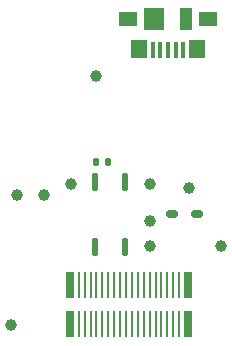
<source format=gbr>
%TF.GenerationSoftware,KiCad,Pcbnew,8.0.0*%
%TF.CreationDate,2024-03-06T14:13:33+03:00*%
%TF.ProjectId,micro17,6d696372-6f31-4372-9e6b-696361645f70,rev?*%
%TF.SameCoordinates,Original*%
%TF.FileFunction,Soldermask,Bot*%
%TF.FilePolarity,Negative*%
%FSLAX46Y46*%
G04 Gerber Fmt 4.6, Leading zero omitted, Abs format (unit mm)*
G04 Created by KiCad (PCBNEW 8.0.0) date 2024-03-06 14:13:33*
%MOMM*%
%LPD*%
G01*
G04 APERTURE LIST*
G04 Aperture macros list*
%AMRoundRect*
0 Rectangle with rounded corners*
0 $1 Rounding radius*
0 $2 $3 $4 $5 $6 $7 $8 $9 X,Y pos of 4 corners*
0 Add a 4 corners polygon primitive as box body*
4,1,4,$2,$3,$4,$5,$6,$7,$8,$9,$2,$3,0*
0 Add four circle primitives for the rounded corners*
1,1,$1+$1,$2,$3*
1,1,$1+$1,$4,$5*
1,1,$1+$1,$6,$7*
1,1,$1+$1,$8,$9*
0 Add four rect primitives between the rounded corners*
20,1,$1+$1,$2,$3,$4,$5,0*
20,1,$1+$1,$4,$5,$6,$7,0*
20,1,$1+$1,$6,$7,$8,$9,0*
20,1,$1+$1,$8,$9,$2,$3,0*%
G04 Aperture macros list end*
%ADD10RoundRect,0.150000X-0.350000X-0.150000X0.350000X-0.150000X0.350000X0.150000X-0.350000X0.150000X0*%
%ADD11C,1.000000*%
%ADD12RoundRect,0.137500X-0.137500X0.587500X-0.137500X-0.587500X0.137500X-0.587500X0.137500X0.587500X0*%
%ADD13R,0.450000X1.380000*%
%ADD14R,1.650000X1.300000*%
%ADD15R,1.425000X1.550000*%
%ADD16R,1.800000X1.900000*%
%ADD17R,1.000000X1.900000*%
%ADD18R,0.750000X2.300000*%
%ADD19R,0.250000X2.300000*%
%ADD20RoundRect,0.135000X0.135000X0.185000X-0.135000X0.185000X-0.135000X-0.185000X0.135000X-0.185000X0*%
G04 APERTURE END LIST*
D10*
%TO.C,D1*%
X194820000Y-67800000D03*
X196920000Y-67800000D03*
%TD*%
D11*
%TO.C,TP10*%
X181750000Y-66250000D03*
%TD*%
%TO.C,TP4*%
X193000000Y-70500000D03*
%TD*%
%TO.C,TP13*%
X196300000Y-65600000D03*
%TD*%
%TO.C,TP6*%
X193000000Y-65250000D03*
%TD*%
D12*
%TO.C,U3*%
X188330000Y-65150000D03*
X190870000Y-65150000D03*
X190870000Y-70650000D03*
X188330000Y-70650000D03*
%TD*%
D11*
%TO.C,TP11*%
X188400000Y-56100000D03*
%TD*%
D13*
%TO.C,J4*%
X193200000Y-53960000D03*
X193850000Y-53960000D03*
X194500000Y-53960000D03*
X195150000Y-53960000D03*
X195800000Y-53960000D03*
D14*
X191125000Y-51300000D03*
D15*
X192012500Y-53875000D03*
D16*
X193350000Y-51300000D03*
D17*
X196050000Y-51300000D03*
D15*
X196987500Y-53875000D03*
D14*
X197875000Y-51300000D03*
%TD*%
D11*
%TO.C,TP5*%
X184000000Y-66250000D03*
%TD*%
%TO.C,TP8*%
X199000000Y-70500000D03*
%TD*%
%TO.C,TP9*%
X181250000Y-77250000D03*
%TD*%
%TO.C,TP7*%
X186250000Y-65250000D03*
%TD*%
%TO.C,TP3*%
X193000000Y-68450000D03*
%TD*%
D18*
%TO.C,J2*%
X186200000Y-73850000D03*
X186200000Y-77150000D03*
D19*
X186950000Y-73850000D03*
X186950000Y-77150000D03*
X187450000Y-73850000D03*
X187450000Y-77150000D03*
X187950000Y-73850000D03*
X187950000Y-77150000D03*
X188450000Y-73850000D03*
X188450000Y-77150000D03*
X188950000Y-73850000D03*
X188950000Y-77150000D03*
X189450000Y-73850000D03*
X189450000Y-77150000D03*
X189950000Y-73850000D03*
X189950000Y-77150000D03*
X190450000Y-73850000D03*
X190450000Y-77150000D03*
X190950000Y-73850000D03*
X190950000Y-77150000D03*
X191450000Y-73850000D03*
X191450000Y-77150000D03*
X191950000Y-73850000D03*
X191950000Y-77150000D03*
X192450000Y-73850000D03*
X192450000Y-77150000D03*
X192950000Y-73850000D03*
X192950000Y-77150000D03*
X193450000Y-73850000D03*
X193450000Y-77150000D03*
X193950000Y-73850000D03*
X193950000Y-77150000D03*
X194450000Y-73850000D03*
X194450000Y-77150000D03*
X194950000Y-73850000D03*
X194950000Y-77150000D03*
X195450000Y-73850000D03*
X195450000Y-77150000D03*
D18*
X196200000Y-73850000D03*
X196200000Y-77150000D03*
%TD*%
D20*
%TO.C,R25*%
X189410000Y-63400000D03*
X188390000Y-63400000D03*
%TD*%
M02*

</source>
